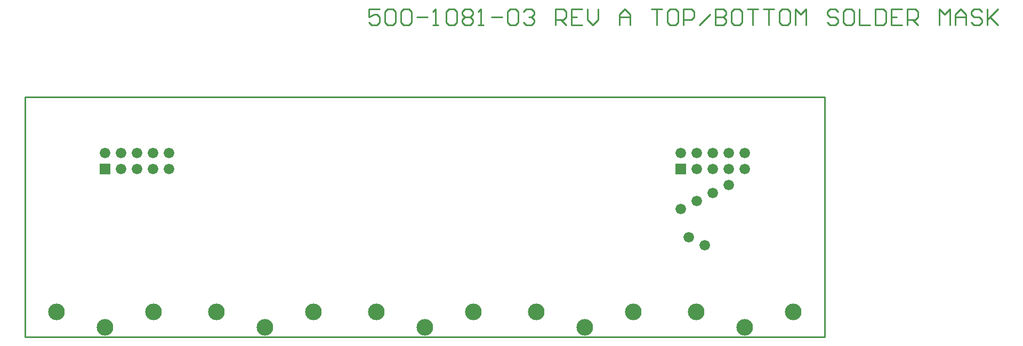
<source format=gbs>
%FSLAX24Y24*%
%MOIN*%
G70*
G01*
G75*
G04 Layer_Color=16711935*
%ADD10C,0.0120*%
%ADD11C,0.0100*%
%ADD12C,0.0620*%
%ADD13R,0.0620X0.0620*%
%ADD14C,0.1000*%
%ADD15C,0.0060*%
%ADD16C,0.0200*%
%ADD17C,0.0660*%
%ADD18R,0.0660X0.0660*%
%ADD19C,0.1040*%
D11*
X22166Y20500D02*
X21500D01*
Y20000D01*
X21833Y20166D01*
X22000D01*
X22166Y20000D01*
Y19667D01*
X22000Y19500D01*
X21667D01*
X21500Y19667D01*
X22500Y20333D02*
X22666Y20500D01*
X23000D01*
X23166Y20333D01*
Y19667D01*
X23000Y19500D01*
X22666D01*
X22500Y19667D01*
Y20333D01*
X23499D02*
X23666Y20500D01*
X23999D01*
X24166Y20333D01*
Y19667D01*
X23999Y19500D01*
X23666D01*
X23499Y19667D01*
Y20333D01*
X24499Y20000D02*
X25165D01*
X25499Y19500D02*
X25832D01*
X25665D01*
Y20500D01*
X25499Y20333D01*
X26332D02*
X26498Y20500D01*
X26832D01*
X26998Y20333D01*
Y19667D01*
X26832Y19500D01*
X26498D01*
X26332Y19667D01*
Y20333D01*
X27331D02*
X27498Y20500D01*
X27831D01*
X27998Y20333D01*
Y20166D01*
X27831Y20000D01*
X27998Y19833D01*
Y19667D01*
X27831Y19500D01*
X27498D01*
X27331Y19667D01*
Y19833D01*
X27498Y20000D01*
X27331Y20166D01*
Y20333D01*
X27498Y20000D02*
X27831D01*
X28331Y19500D02*
X28664D01*
X28498D01*
Y20500D01*
X28331Y20333D01*
X29164Y20000D02*
X29831D01*
X30164Y20333D02*
X30330Y20500D01*
X30664D01*
X30830Y20333D01*
Y19667D01*
X30664Y19500D01*
X30330D01*
X30164Y19667D01*
Y20333D01*
X31164D02*
X31330Y20500D01*
X31663D01*
X31830Y20333D01*
Y20166D01*
X31663Y20000D01*
X31497D01*
X31663D01*
X31830Y19833D01*
Y19667D01*
X31663Y19500D01*
X31330D01*
X31164Y19667D01*
X33163Y19500D02*
Y20500D01*
X33663D01*
X33829Y20333D01*
Y20000D01*
X33663Y19833D01*
X33163D01*
X33496D02*
X33829Y19500D01*
X34829Y20500D02*
X34163D01*
Y19500D01*
X34829D01*
X34163Y20000D02*
X34496D01*
X35162Y20500D02*
Y19833D01*
X35495Y19500D01*
X35829Y19833D01*
Y20500D01*
X37162Y19500D02*
Y20166D01*
X37495Y20500D01*
X37828Y20166D01*
Y19500D01*
Y20000D01*
X37162D01*
X39161Y20500D02*
X39827D01*
X39494D01*
Y19500D01*
X40660Y20500D02*
X40327D01*
X40161Y20333D01*
Y19667D01*
X40327Y19500D01*
X40660D01*
X40827Y19667D01*
Y20333D01*
X40660Y20500D01*
X41160Y19500D02*
Y20500D01*
X41660D01*
X41827Y20333D01*
Y20000D01*
X41660Y19833D01*
X41160D01*
X42160Y19500D02*
X42826Y20166D01*
X43160Y20500D02*
Y19500D01*
X43660D01*
X43826Y19667D01*
Y19833D01*
X43660Y20000D01*
X43160D01*
X43660D01*
X43826Y20166D01*
Y20333D01*
X43660Y20500D01*
X43160D01*
X44659D02*
X44326D01*
X44159Y20333D01*
Y19667D01*
X44326Y19500D01*
X44659D01*
X44826Y19667D01*
Y20333D01*
X44659Y20500D01*
X45159D02*
X45825D01*
X45492D01*
Y19500D01*
X46159Y20500D02*
X46825D01*
X46492D01*
Y19500D01*
X47658Y20500D02*
X47325D01*
X47158Y20333D01*
Y19667D01*
X47325Y19500D01*
X47658D01*
X47825Y19667D01*
Y20333D01*
X47658Y20500D01*
X48158Y19500D02*
Y20500D01*
X48491Y20166D01*
X48825Y20500D01*
Y19500D01*
X50824Y20333D02*
X50657Y20500D01*
X50324D01*
X50157Y20333D01*
Y20166D01*
X50324Y20000D01*
X50657D01*
X50824Y19833D01*
Y19667D01*
X50657Y19500D01*
X50324D01*
X50157Y19667D01*
X51657Y20500D02*
X51324D01*
X51157Y20333D01*
Y19667D01*
X51324Y19500D01*
X51657D01*
X51824Y19667D01*
Y20333D01*
X51657Y20500D01*
X52157D02*
Y19500D01*
X52823D01*
X53156Y20500D02*
Y19500D01*
X53656D01*
X53823Y19667D01*
Y20333D01*
X53656Y20500D01*
X53156D01*
X54823D02*
X54156D01*
Y19500D01*
X54823D01*
X54156Y20000D02*
X54489D01*
X55156Y19500D02*
Y20500D01*
X55656D01*
X55822Y20333D01*
Y20000D01*
X55656Y19833D01*
X55156D01*
X55489D02*
X55822Y19500D01*
X57155D02*
Y20500D01*
X57488Y20166D01*
X57822Y20500D01*
Y19500D01*
X58155D02*
Y20166D01*
X58488Y20500D01*
X58821Y20166D01*
Y19500D01*
Y20000D01*
X58155D01*
X59821Y20333D02*
X59654Y20500D01*
X59321D01*
X59155Y20333D01*
Y20166D01*
X59321Y20000D01*
X59654D01*
X59821Y19833D01*
Y19667D01*
X59654Y19500D01*
X59321D01*
X59155Y19667D01*
X60154Y20500D02*
Y19500D01*
Y19833D01*
X60821Y20500D01*
X60321Y20000D01*
X60821Y19500D01*
X0Y0D02*
X50000D01*
X0Y15000D02*
X50000D01*
Y0D02*
Y15000D01*
X0Y0D02*
Y15000D01*
D17*
X45000Y11500D02*
D03*
Y10500D02*
D03*
X44000D02*
D03*
X43000Y11500D02*
D03*
Y10500D02*
D03*
X42000Y11500D02*
D03*
Y10500D02*
D03*
X41000Y11500D02*
D03*
X44000D02*
D03*
X9000D02*
D03*
Y10500D02*
D03*
X8000D02*
D03*
X7000Y11500D02*
D03*
Y10500D02*
D03*
X6000Y11500D02*
D03*
Y10500D02*
D03*
X5000Y11500D02*
D03*
X8000D02*
D03*
X41500Y6250D02*
D03*
X42000Y8500D02*
D03*
X42500Y5750D02*
D03*
X41000Y8000D02*
D03*
X43000Y9000D02*
D03*
X44000Y9500D02*
D03*
D18*
X41000Y10500D02*
D03*
X5000D02*
D03*
D19*
X45000Y600D02*
D03*
X41968Y1584D02*
D03*
X48032D02*
D03*
X25000Y600D02*
D03*
X21969Y1584D02*
D03*
X28031D02*
D03*
X35000Y600D02*
D03*
X31969Y1584D02*
D03*
X38031D02*
D03*
X15000Y600D02*
D03*
X11968Y1584D02*
D03*
X18032D02*
D03*
X5000Y600D02*
D03*
X1969Y1584D02*
D03*
X8031D02*
D03*
M02*

</source>
